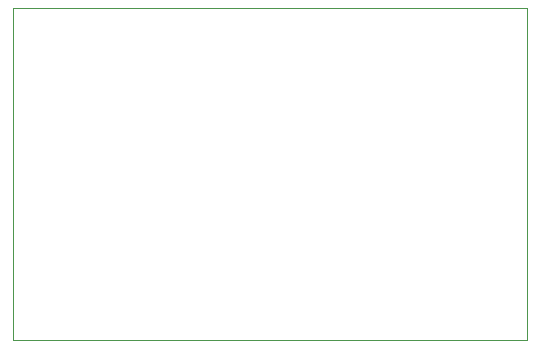
<source format=gbr>
%TF.GenerationSoftware,KiCad,Pcbnew,8.0.8*%
%TF.CreationDate,2025-01-27T11:14:47-08:00*%
%TF.ProjectId,nano-fan-5,6e616e6f-2d66-4616-9e2d-352e6b696361,rev?*%
%TF.SameCoordinates,Original*%
%TF.FileFunction,Profile,NP*%
%FSLAX46Y46*%
G04 Gerber Fmt 4.6, Leading zero omitted, Abs format (unit mm)*
G04 Created by KiCad (PCBNEW 8.0.8) date 2025-01-27 11:14:47*
%MOMM*%
%LPD*%
G01*
G04 APERTURE LIST*
%TA.AperFunction,Profile*%
%ADD10C,0.050000*%
%TD*%
G04 APERTURE END LIST*
D10*
X100177600Y-67360800D02*
X143713200Y-67360800D01*
X143713200Y-95504000D01*
X100177600Y-95504000D01*
X100177600Y-67360800D01*
M02*

</source>
